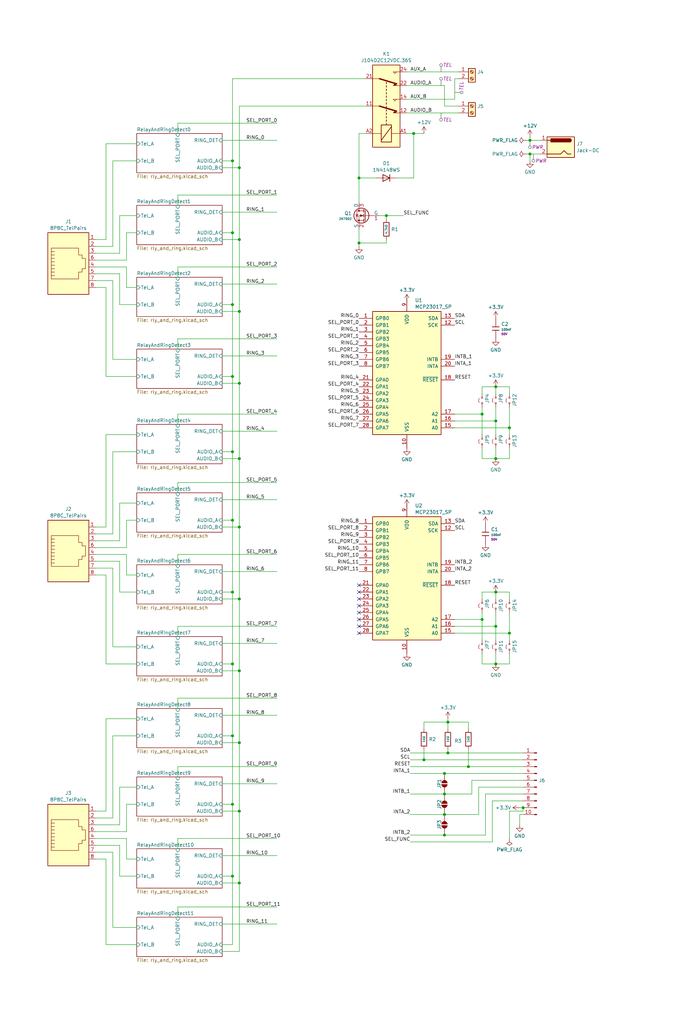
<source format=kicad_sch>
(kicad_sch (version 20231120) (generator "eeschema") (generator_version "8.0")
  (paper "User" 250 380)
  (junction (at 184.15 219.71))
  (junction (at 86.36 298.45))
  (junction (at 88.9 115.57))
  (junction (at 133.35 66.04))
  (junction (at 86.36 219.71))
  (junction (at 165.1 309.88))
  (junction (at 86.36 59.69))
  (junction (at 166.37 279.4))
  (junction (at 86.36 86.36))
  (junction (at 196.85 52.07))
  (junction (at 184.15 156.21))
  (junction (at 157.48 281.94))
  (junction (at 86.36 246.38))
  (junction (at 88.9 222.25))
  (junction (at 153.67 49.53))
  (junction (at 88.9 195.58))
  (junction (at 88.9 62.23))
  (junction (at 165.1 294.64))
  (junction (at 189.23 158.75))
  (junction (at 173.99 284.48))
  (junction (at 86.36 167.64))
  (junction (at 184.15 170.18))
  (junction (at 88.9 170.18))
  (junction (at 88.9 142.24))
  (junction (at 196.85 57.15))
  (junction (at 189.23 234.95))
  (junction (at 88.9 88.9))
  (junction (at 166.37 267.97))
  (junction (at 184.15 232.41))
  (junction (at 86.36 325.12))
  (junction (at 165.1 287.02))
  (junction (at 86.36 139.7))
  (junction (at 184.15 143.51))
  (junction (at 88.9 300.99))
  (junction (at 143.51 80.01))
  (junction (at 86.36 193.04))
  (junction (at 179.07 153.67))
  (junction (at 179.07 229.87))
  (junction (at 165.1 302.26))
  (junction (at 86.36 113.03))
  (junction (at 133.35 90.17))
  (junction (at 88.9 275.59))
  (junction (at 184.15 246.38))
  (junction (at 194.31 299.72))
  (junction (at 86.36 273.05))
  (junction (at 88.9 248.92))
  (junction (at 88.9 327.66))
  (no_connect (at 133.35 229.87))
  (no_connect (at 133.35 222.25))
  (no_connect (at 133.35 232.41))
  (no_connect (at 133.35 227.33))
  (no_connect (at 133.35 217.17))
  (no_connect (at 133.35 234.95))
  (no_connect (at 133.35 224.79))
  (no_connect (at 133.35 219.71))
  (wire (pts (xy 140.97 80.01) (xy 143.51 80.01)))
  (wire (pts (xy 153.67 49.53) (xy 153.67 66.04)))
  (wire (pts (xy 66.04 72.39) (xy 66.04 76.2)))
  (wire (pts (xy 35.56 316.23) (xy 41.91 316.23)))
  (wire (pts (xy 66.04 205.74) (xy 102.87 205.74)))
  (wire (pts (xy 193.04 306.07) (xy 193.04 302.26)))
  (wire (pts (xy 151.13 49.53) (xy 153.67 49.53)))
  (wire (pts (xy 86.36 350.52) (xy 86.36 325.12)))
  (wire (pts (xy 66.04 99.06) (xy 102.87 99.06)))
  (wire (pts (xy 46.99 318.77) (xy 50.8 318.77)))
  (wire (pts (xy 66.04 179.07) (xy 102.87 179.07)))
  (wire (pts (xy 46.99 213.36) (xy 50.8 213.36)))
  (wire (pts (xy 182.88 297.18) (xy 194.31 297.18)))
  (wire (pts (xy 82.55 238.76) (xy 102.87 238.76)))
  (wire (pts (xy 152.4 294.64) (xy 165.1 294.64)))
  (wire (pts (xy 165.1 39.37) (xy 165.1 31.75)))
  (wire (pts (xy 66.04 45.72) (xy 102.87 45.72)))
  (wire (pts (xy 86.36 29.21) (xy 135.89 29.21)))
  (wire (pts (xy 86.36 167.64) (xy 86.36 193.04)))
  (wire (pts (xy 82.55 160.02) (xy 102.87 160.02)))
  (wire (pts (xy 82.55 52.07) (xy 102.87 52.07)))
  (wire (pts (xy 44.45 200.66) (xy 44.45 186.69)))
  (wire (pts (xy 179.07 143.51) (xy 179.07 146.05)))
  (wire (pts (xy 35.56 300.99) (xy 39.37 300.99)))
  (wire (pts (xy 88.9 88.9) (xy 88.9 115.57)))
  (wire (pts (xy 35.56 318.77) (xy 39.37 318.77)))
  (wire (pts (xy 184.15 170.18) (xy 189.23 170.18)))
  (wire (pts (xy 88.9 39.37) (xy 88.9 62.23)))
  (wire (pts (xy 151.13 187.96) (xy 151.13 186.69)))
  (wire (pts (xy 86.36 86.36) (xy 86.36 113.03)))
  (wire (pts (xy 41.91 344.17) (xy 50.8 344.17)))
  (wire (pts (xy 35.56 311.15) (xy 46.99 311.15)))
  (wire (pts (xy 184.15 219.71) (xy 179.07 219.71)))
  (wire (pts (xy 133.35 49.53) (xy 133.35 66.04)))
  (wire (pts (xy 133.35 66.04) (xy 133.35 74.93)))
  (wire (pts (xy 82.55 290.83) (xy 102.87 290.83)))
  (wire (pts (xy 166.37 279.4) (xy 194.31 279.4)))
  (wire (pts (xy 82.55 298.45) (xy 86.36 298.45)))
  (wire (pts (xy 46.99 205.74) (xy 46.99 213.36)))
  (wire (pts (xy 86.36 59.69) (xy 86.36 86.36)))
  (wire (pts (xy 133.35 90.17) (xy 133.35 91.44)))
  (wire (pts (xy 166.37 279.4) (xy 166.37 278.13)))
  (wire (pts (xy 194.31 289.56) (xy 175.26 289.56)))
  (wire (pts (xy 88.9 115.57) (xy 88.9 142.24)))
  (wire (pts (xy 82.55 273.05) (xy 86.36 273.05)))
  (wire (pts (xy 168.91 232.41) (xy 184.15 232.41)))
  (wire (pts (xy 46.99 203.2) (xy 46.99 193.04)))
  (wire (pts (xy 88.9 300.99) (xy 88.9 327.66)))
  (wire (pts (xy 152.4 302.26) (xy 165.1 302.26)))
  (wire (pts (xy 41.91 59.69) (xy 50.8 59.69)))
  (wire (pts (xy 44.45 208.28) (xy 44.45 219.71)))
  (wire (pts (xy 179.07 151.13) (xy 179.07 153.67)))
  (wire (pts (xy 168.91 153.67) (xy 179.07 153.67)))
  (wire (pts (xy 189.23 234.95) (xy 189.23 237.49)))
  (wire (pts (xy 82.55 86.36) (xy 86.36 86.36)))
  (wire (pts (xy 168.91 156.21) (xy 184.15 156.21)))
  (wire (pts (xy 179.07 227.33) (xy 179.07 229.87)))
  (wire (pts (xy 82.55 222.25) (xy 88.9 222.25)))
  (wire (pts (xy 35.56 93.98) (xy 44.45 93.98)))
  (wire (pts (xy 39.37 139.7) (xy 50.8 139.7)))
  (wire (pts (xy 82.55 142.24) (xy 88.9 142.24)))
  (wire (pts (xy 189.23 227.33) (xy 189.23 234.95)))
  (wire (pts (xy 39.37 350.52) (xy 50.8 350.52)))
  (wire (pts (xy 184.15 246.38) (xy 179.07 246.38)))
  (wire (pts (xy 82.55 185.42) (xy 102.87 185.42)))
  (wire (pts (xy 179.07 242.57) (xy 179.07 246.38)))
  (wire (pts (xy 157.48 281.94) (xy 157.48 278.13)))
  (wire (pts (xy 168.91 234.95) (xy 189.23 234.95)))
  (wire (pts (xy 82.55 325.12) (xy 86.36 325.12)))
  (wire (pts (xy 35.56 205.74) (xy 46.99 205.74)))
  (wire (pts (xy 66.04 72.39) (xy 102.87 72.39)))
  (wire (pts (xy 157.48 267.97) (xy 157.48 270.51)))
  (wire (pts (xy 189.23 151.13) (xy 189.23 158.75)))
  (wire (pts (xy 184.15 170.18) (xy 179.07 170.18)))
  (wire (pts (xy 184.15 151.13) (xy 184.15 156.21)))
  (wire (pts (xy 39.37 53.34) (xy 50.8 53.34)))
  (wire (pts (xy 184.15 156.21) (xy 184.15 161.29)))
  (wire (pts (xy 196.85 59.69) (xy 196.85 57.15)))
  (wire (pts (xy 44.45 93.98) (xy 44.45 80.01)))
  (wire (pts (xy 82.55 170.18) (xy 88.9 170.18)))
  (wire (pts (xy 152.4 281.94) (xy 157.48 281.94)))
  (wire (pts (xy 143.51 88.9) (xy 143.51 90.17)))
  (wire (pts (xy 41.91 133.35) (xy 50.8 133.35)))
  (wire (pts (xy 35.56 91.44) (xy 41.91 91.44)))
  (wire (pts (xy 39.37 161.29) (xy 50.8 161.29)))
  (wire (pts (xy 66.04 311.15) (xy 66.04 314.96)))
  (wire (pts (xy 173.99 267.97) (xy 166.37 267.97)))
  (wire (pts (xy 39.37 300.99) (xy 39.37 266.7)))
  (wire (pts (xy 35.56 306.07) (xy 44.45 306.07)))
  (wire (pts (xy 179.07 219.71) (xy 179.07 222.25)))
  (wire (pts (xy 35.56 104.14) (xy 41.91 104.14)))
  (wire (pts (xy 157.48 281.94) (xy 194.31 281.94)))
  (wire (pts (xy 35.56 313.69) (xy 44.45 313.69)))
  (wire (pts (xy 194.31 300.99) (xy 194.31 299.72)))
  (wire (pts (xy 88.9 327.66) (xy 88.9 353.06)))
  (wire (pts (xy 46.99 308.61) (xy 46.99 298.45)))
  (wire (pts (xy 44.45 219.71) (xy 50.8 219.71)))
  (wire (pts (xy 168.91 158.75) (xy 189.23 158.75)))
  (wire (pts (xy 165.1 39.37) (xy 170.18 39.37)))
  (wire (pts (xy 152.4 309.88) (xy 165.1 309.88)))
  (wire (pts (xy 82.55 59.69) (xy 86.36 59.69)))
  (wire (pts (xy 66.04 179.07) (xy 66.04 182.88)))
  (wire (pts (xy 184.15 246.38) (xy 189.23 246.38)))
  (wire (pts (xy 151.13 36.83) (xy 168.91 36.83)))
  (wire (pts (xy 173.99 284.48) (xy 173.99 278.13)))
  (wire (pts (xy 184.15 232.41) (xy 184.15 237.49)))
  (wire (pts (xy 35.56 208.28) (xy 44.45 208.28)))
  (wire (pts (xy 189.23 300.99) (xy 189.23 311.15)))
  (wire (pts (xy 179.07 166.37) (xy 179.07 170.18)))
  (wire (pts (xy 168.91 29.21) (xy 170.18 29.21)))
  (wire (pts (xy 44.45 306.07) (xy 44.45 292.1)))
  (wire (pts (xy 41.91 210.82) (xy 41.91 240.03)))
  (wire (pts (xy 41.91 91.44) (xy 41.91 59.69)))
  (wire (pts (xy 173.99 267.97) (xy 173.99 270.51)))
  (wire (pts (xy 184.15 242.57) (xy 184.15 246.38)))
  (wire (pts (xy 194.31 294.64) (xy 180.34 294.64)))
  (wire (pts (xy 177.8 302.26) (xy 165.1 302.26)))
  (wire (pts (xy 152.4 284.48) (xy 173.99 284.48)))
  (wire (pts (xy 46.99 193.04) (xy 50.8 193.04)))
  (wire (pts (xy 168.91 229.87) (xy 179.07 229.87)))
  (wire (pts (xy 39.37 106.68) (xy 39.37 139.7)))
  (wire (pts (xy 179.07 229.87) (xy 179.07 237.49)))
  (wire (pts (xy 44.45 186.69) (xy 50.8 186.69)))
  (wire (pts (xy 151.13 111.76) (xy 151.13 110.49)))
  (wire (pts (xy 86.36 193.04) (xy 86.36 219.71)))
  (wire (pts (xy 86.36 139.7) (xy 86.36 167.64)))
  (wire (pts (xy 193.04 302.26) (xy 194.31 302.26)))
  (wire (pts (xy 189.23 158.75) (xy 189.23 161.29)))
  (wire (pts (xy 82.55 139.7) (xy 86.36 139.7)))
  (wire (pts (xy 189.23 166.37) (xy 189.23 170.18)))
  (wire (pts (xy 82.55 342.9) (xy 102.87 342.9)))
  (wire (pts (xy 189.23 146.05) (xy 189.23 143.51)))
  (wire (pts (xy 35.56 213.36) (xy 39.37 213.36)))
  (wire (pts (xy 184.15 143.51) (xy 184.15 146.05)))
  (wire (pts (xy 151.13 31.75) (xy 165.1 31.75)))
  (wire (pts (xy 153.67 49.53) (xy 157.48 49.53)))
  (wire (pts (xy 173.99 284.48) (xy 194.31 284.48)))
  (wire (pts (xy 66.04 259.08) (xy 102.87 259.08)))
  (wire (pts (xy 153.67 66.04) (xy 147.32 66.04)))
  (wire (pts (xy 46.99 96.52) (xy 46.99 86.36)))
  (wire (pts (xy 66.04 125.73) (xy 102.87 125.73)))
  (wire (pts (xy 82.55 62.23) (xy 88.9 62.23)))
  (wire (pts (xy 44.45 313.69) (xy 44.45 325.12)))
  (wire (pts (xy 46.99 298.45) (xy 50.8 298.45)))
  (wire (pts (xy 82.55 327.66) (xy 88.9 327.66)))
  (wire (pts (xy 151.13 41.91) (xy 170.18 41.91)))
  (wire (pts (xy 88.9 222.25) (xy 88.9 248.92)))
  (wire (pts (xy 184.15 227.33) (xy 184.15 232.41)))
  (wire (pts (xy 66.04 99.06) (xy 66.04 102.87)))
  (wire (pts (xy 66.04 153.67) (xy 102.87 153.67)))
  (wire (pts (xy 86.36 29.21) (xy 86.36 59.69)))
  (wire (pts (xy 82.55 353.06) (xy 88.9 353.06)))
  (wire (pts (xy 39.37 318.77) (xy 39.37 350.52)))
  (wire (pts (xy 66.04 209.55) (xy 66.04 205.74)))
  (wire (pts (xy 39.37 195.58) (xy 39.37 161.29)))
  (wire (pts (xy 82.55 115.57) (xy 88.9 115.57)))
  (wire (pts (xy 41.91 198.12) (xy 41.91 167.64)))
  (wire (pts (xy 44.45 80.01) (xy 50.8 80.01)))
  (wire (pts (xy 35.56 96.52) (xy 46.99 96.52)))
  (wire (pts (xy 143.51 80.01) (xy 149.86 80.01)))
  (wire (pts (xy 196.85 52.07) (xy 200.66 52.07)))
  (wire (pts (xy 133.35 66.04) (xy 139.7 66.04)))
  (wire (pts (xy 39.37 213.36) (xy 39.37 246.38)))
  (wire (pts (xy 196.85 57.15) (xy 200.66 57.15)))
  (wire (pts (xy 88.9 195.58) (xy 88.9 222.25)))
  (wire (pts (xy 196.85 50.8) (xy 196.85 52.07)))
  (wire (pts (xy 66.04 232.41) (xy 102.87 232.41)))
  (wire (pts (xy 35.56 210.82) (xy 41.91 210.82)))
  (wire (pts (xy 166.37 270.51) (xy 166.37 267.97)))
  (wire (pts (xy 66.04 125.73) (xy 66.04 129.54)))
  (wire (pts (xy 44.45 325.12) (xy 50.8 325.12)))
  (wire (pts (xy 46.99 311.15) (xy 46.99 318.77)))
  (wire (pts (xy 35.56 88.9) (xy 39.37 88.9)))
  (wire (pts (xy 82.55 275.59) (xy 88.9 275.59)))
  (wire (pts (xy 35.56 203.2) (xy 46.99 203.2)))
  (wire (pts (xy 82.55 88.9) (xy 88.9 88.9)))
  (wire (pts (xy 86.36 246.38) (xy 86.36 273.05)))
  (wire (pts (xy 41.91 273.05) (xy 50.8 273.05)))
  (wire (pts (xy 35.56 200.66) (xy 44.45 200.66)))
  (wire (pts (xy 82.55 195.58) (xy 88.9 195.58)))
  (wire (pts (xy 82.55 248.92) (xy 88.9 248.92)))
  (wire (pts (xy 88.9 275.59) (xy 88.9 300.99)))
  (wire (pts (xy 195.58 52.07) (xy 196.85 52.07)))
  (wire (pts (xy 46.99 86.36) (xy 50.8 86.36)))
  (wire (pts (xy 82.55 219.71) (xy 86.36 219.71)))
  (wire (pts (xy 88.9 62.23) (xy 88.9 88.9)))
  (wire (pts (xy 86.36 298.45) (xy 86.36 325.12)))
  (wire (pts (xy 175.26 289.56) (xy 175.26 294.64)))
  (wire (pts (xy 143.51 80.01) (xy 143.51 81.28)))
  (wire (pts (xy 88.9 39.37) (xy 135.89 39.37)))
  (wire (pts (xy 66.04 336.55) (xy 102.87 336.55)))
  (wire (pts (xy 151.13 26.67) (xy 170.18 26.67)))
  (wire (pts (xy 66.04 284.48) (xy 102.87 284.48)))
  (wire (pts (xy 166.37 266.7) (xy 166.37 267.97)))
  (wire (pts (xy 41.91 104.14) (xy 41.91 133.35)))
  (wire (pts (xy 41.91 316.23) (xy 41.91 344.17)))
  (wire (pts (xy 86.36 113.03) (xy 86.36 139.7)))
  (wire (pts (xy 184.15 143.51) (xy 189.23 143.51)))
  (wire (pts (xy 88.9 170.18) (xy 88.9 195.58)))
  (wire (pts (xy 66.04 232.41) (xy 66.04 236.22)))
  (wire (pts (xy 82.55 167.64) (xy 86.36 167.64)))
  (wire (pts (xy 184.15 219.71) (xy 184.15 222.25)))
  (wire (pts (xy 44.45 113.03) (xy 50.8 113.03)))
  (wire (pts (xy 82.55 132.08) (xy 102.87 132.08)))
  (wire (pts (xy 168.91 36.83) (xy 168.91 29.21)))
  (wire (pts (xy 166.37 267.97) (xy 157.48 267.97)))
  (wire (pts (xy 180.34 294.64) (xy 180.34 309.88)))
  (wire (pts (xy 66.04 288.29) (xy 66.04 284.48)))
  (wire (pts (xy 86.36 273.05) (xy 86.36 298.45)))
  (wire (pts (xy 82.55 113.03) (xy 86.36 113.03)))
  (wire (pts (xy 35.56 308.61) (xy 46.99 308.61)))
  (wire (pts (xy 182.88 312.42) (xy 182.88 297.18)))
  (wire (pts (xy 82.55 317.5) (xy 102.87 317.5)))
  (wire (pts (xy 46.99 99.06) (xy 46.99 106.68)))
  (wire (pts (xy 82.55 350.52) (xy 86.36 350.52)))
  (wire (pts (xy 179.07 153.67) (xy 179.07 161.29)))
  (wire (pts (xy 41.91 303.53) (xy 41.91 273.05)))
  (wire (pts (xy 41.91 167.64) (xy 50.8 167.64)))
  (wire (pts (xy 82.55 78.74) (xy 102.87 78.74)))
  (wire (pts (xy 66.04 336.55) (xy 66.04 340.36)))
  (wire (pts (xy 39.37 246.38) (xy 50.8 246.38)))
  (wire (pts (xy 175.26 294.64) (xy 165.1 294.64)))
  (wire (pts (xy 193.04 299.72) (xy 194.31 299.72)))
  (wire (pts (xy 88.9 300.99) (xy 82.55 300.99)))
  (wire (pts (xy 82.55 246.38) (xy 86.36 246.38)))
  (wire (pts (xy 180.34 309.88) (xy 165.1 309.88)))
  (wire (pts (xy 184.15 219.71) (xy 189.23 219.71)))
  (wire (pts (xy 152.4 312.42) (xy 182.88 312.42)))
  (wire (pts (xy 189.23 242.57) (xy 189.23 246.38)))
  (wire (pts (xy 184.15 143.51) (xy 179.07 143.51)))
  (wire (pts (xy 35.56 101.6) (xy 44.45 101.6)))
  (wire (pts (xy 39.37 266.7) (xy 50.8 266.7)))
  (wire (pts (xy 66.04 153.67) (xy 66.04 157.48)))
  (wire (pts (xy 194.31 292.1) (xy 177.8 292.1)))
  (wire (pts (xy 189.23 300.99) (xy 194.31 300.99)))
  (wire (pts (xy 44.45 101.6) (xy 44.45 113.03)))
  (wire (pts (xy 39.37 195.58) (xy 35.56 195.58)))
  (wire (pts (xy 46.99 106.68) (xy 50.8 106.68)))
  (wire (pts (xy 82.55 105.41) (xy 102.87 105.41)))
  (wire (pts (xy 165.1 287.02) (xy 194.31 287.02)))
  (wire (pts (xy 39.37 88.9) (xy 39.37 53.34)))
  (wire (pts (xy 88.9 142.24) (xy 88.9 170.18)))
  (wire (pts (xy 66.04 45.72) (xy 66.04 49.53)))
  (wire (pts (xy 82.55 212.09) (xy 102.87 212.09)))
  (wire (pts (xy 66.04 311.15) (xy 102.87 311.15)))
  (wire (pts (xy 35.56 303.53) (xy 41.91 303.53)))
  (wire (pts (xy 82.55 265.43) (xy 102.87 265.43)))
  (wire (pts (xy 177.8 292.1) (xy 177.8 302.26)))
  (wire (pts (xy 133.35 49.53) (xy 135.89 49.53)))
  (wire (pts (xy 35.56 106.68) (xy 39.37 106.68)))
  (wire (pts (xy 184.15 166.37) (xy 184.15 170.18)))
  (wire (pts (xy 44.45 292.1) (xy 50.8 292.1)))
  (wire (pts (xy 133.35 90.17) (xy 143.51 90.17)))
  (wire (pts (xy 66.04 259.08) (xy 66.04 262.89)))
  (wire (pts (xy 88.9 248.92) (xy 88.9 275.59)))
  (wire (pts (xy 82.55 193.04) (xy 86.36 193.04)))
  (wire (pts (xy 195.58 57.15) (xy 196.85 57.15)))
  (wire (pts (xy 152.4 287.02) (xy 165.1 287.02)))
  (wire (pts (xy 41.91 240.03) (xy 50.8 240.03)))
  (wire (pts (xy 189.23 222.25) (xy 189.23 219.71)))
  (wire (pts (xy 35.56 99.06) (xy 46.99 99.06)))
  (wire (pts (xy 86.36 219.71) (xy 86.36 246.38)))
  (wire (pts (xy 35.56 198.12) (xy 41.91 198.12)))
  (wire (pts (xy 152.4 279.4) (xy 166.37 279.4)))
  (wire (pts (xy 133.35 85.09) (xy 133.35 90.17)))
  (label "RING_4" (at 91.44 160.02 0))
  (label "SEL_PORT_10" (at 91.44 311.15 0))
  (label "SCL" (at 168.91 196.85 0))
  (label "INTB_1" (at 152.4 294.64 180))
  (label "SEL_FUNC" (at 152.4 312.42 180))
  (label "SEL_FUNC" (at 149.86 80.01 0))
  (label "SDA" (at 152.4 279.4 180))
  (label "RING_2" (at 133.35 128.27 180))
  (label "RING_10" (at 133.35 204.47 180))
  (label "RING_7" (at 133.35 156.21 180))
  (label "INTA_1" (at 152.4 287.02 180))
  (label "AUDIO_B" (at 152.4 41.91 0))
  (label "SEL_PORT_4" (at 133.35 143.51 180))
  (label "SEL_PORT_0" (at 133.35 120.65 180))
  (label "RING_3" (at 91.44 132.08 0))
  (label "RING_7" (at 91.44 238.76 0))
  (label "RING_10" (at 91.44 317.5 0))
  (label "RING_8" (at 133.35 194.31 180))
  (label "RING_5" (at 133.35 146.05 180))
  (label "AUX_A" (at 152.4 26.67 0))
  (label "SEL_PORT_4" (at 91.44 153.67 0))
  (label "SEL_PORT_9" (at 133.35 201.93 180))
  (label "INTB_2" (at 168.91 209.55 0))
  (label "RESET" (at 152.4 284.48 180))
  (label "SEL_PORT_5" (at 133.35 148.59 180))
  (label "RESET" (at 168.91 140.97 0))
  (label "SEL_PORT_2" (at 133.35 130.81 180))
  (label "SEL_PORT_6" (at 133.35 153.67 180))
  (label "RING_3" (at 133.35 133.35 180))
  (label "INTA_2" (at 168.91 212.09 0))
  (label "SEL_PORT_1" (at 133.35 125.73 180))
  (label "RING_6" (at 133.35 151.13 180))
  (label "RING_2" (at 91.44 105.41 0))
  (label "RING_6" (at 91.44 212.09 0))
  (label "RESET" (at 168.91 217.17 0))
  (label "AUDIO_A" (at 152.4 31.75 0))
  (label "SEL_PORT_2" (at 91.44 99.06 0))
  (label "RING_11" (at 91.44 342.9 0))
  (label "INTB_2" (at 152.4 309.88 180))
  (label "SEL_PORT_10" (at 133.35 207.01 180))
  (label "SEL_PORT_3" (at 133.35 135.89 180))
  (label "RING_9" (at 133.35 199.39 180))
  (label "RING_8" (at 91.44 265.43 0))
  (label "SEL_PORT_9" (at 91.44 284.48 0))
  (label "SEL_PORT_3" (at 91.44 125.73 0))
  (label "SEL_PORT_6" (at 91.44 205.74 0))
  (label "RING_0" (at 91.44 52.07 0))
  (label "SDA" (at 168.91 194.31 0))
  (label "AUX_B" (at 152.4 36.83 0))
  (label "SEL_PORT_5" (at 91.44 179.07 0))
  (label "RING_5" (at 91.44 185.42 0))
  (label "RING_0" (at 133.35 118.11 180))
  (label "SEL_PORT_8" (at 133.35 196.85 180))
  (label "SEL_PORT_0" (at 91.44 45.72 0))
  (label "RING_1" (at 91.44 78.74 0))
  (label "SEL_PORT_7" (at 91.44 232.41 0))
  (label "RING_1" (at 133.35 123.19 180))
  (label "SEL_PORT_11" (at 91.44 336.55 0))
  (label "RING_9" (at 91.44 290.83 0))
  (label "SEL_PORT_1" (at 91.44 72.39 0))
  (label "SCL" (at 168.91 120.65 0))
  (label "INTA_2" (at 152.4 302.26 180))
  (label "INTA_1" (at 168.91 135.89 0))
  (label "RING_11" (at 133.35 209.55 180))
  (label "SCL" (at 152.4 281.94 180))
  (label "INTB_1" (at 168.91 133.35 0))
  (label "SEL_PORT_11" (at 133.35 212.09 180))
  (label "SEL_PORT_7" (at 133.35 158.75 180))
  (label "SEL_PORT_8" (at 91.44 259.08 0))
  (label "RING_4" (at 133.35 140.97 180))
  (label "SDA" (at 168.91 118.11 0))
  (netclass_flag "" (length 2.54) (shape round) (at 163.83 31.75 0) (property "Netclass" "TEL" (at 164.5285 29.21 0) (effects (font (italic yes)) (justify left))))
  (netclass_flag "" (length 2.54) (shape round) (at 168.91 34.29 270) (property "Netclass" "TEL" (at 171.45 33.5915 90) (effects (font (italic yes)) (justify left))))
  (netclass_flag "" (length 2.54) (shape round) (at 198.12 57.15 180) (property "Netclass" "PWR" (at 198.8185 59.69 0) (effects (font (italic yes)) (justify left))))
  (netclass_flag "" (length 2.54) (shape round) (at 163.83 41.91 180) (property "Netclass" "TEL" (at 164.5285 44.45 0) (effects (font (italic yes)) (justify left))))
  (netclass_flag "" (length 2.54) (shape round) (at 196.85 52.07 180) (property "Netclass" "PWR" (at 197.5485 54.61 0) (effects (font (italic yes)) (justify left))))
  (netclass_flag "" (length 2.54) (shape round) (at 163.83 26.67 0) (property "Netclass" "TEL" (at 164.5285 24.13 0) (effects (font (italic yes)) (justify left))))
  (symbol (lib_id "power:GND") (at 196.85 59.69 0) (unit 1)
    (property "Reference" "#PWR019" (effects (hide yes)))
    (property "Value" "GND" (at 196.85 63.8231 0))
    (property "Description" "Power symbol creates a global label with name \"GND\" , ground" (effects (hide yes)))
  )
  (symbol (lib_id "Jumper:Jumper_2_Small_Open") (at 189.23 240.03 90) (unit 1) (exclude_from_sim yes)
    (property "Reference" "JP15" (at 191.135 237.49 0) (effects (justify right)))
    (property "Value" "Jumper_2_Small_Open" (effects (hide yes)))
    (property "Footprint" "Connector_PinHeader_2.54mm:PinHeader_1x02_P2.54mm_Vertical" (effects (hide yes)))
    (property "Description" "Jumper, 2-pole, small symbol, open" (effects (hide yes)))
  )
  (symbol (lib_id "Connector:Screw_Terminal_01x02") (at 175.26 26.67 0) (unit 1)
    (property "Reference" "J4" (at 177.292 26.7278 0) (effects (justify left)))
    (property "Value" "Screw_Terminal_01x02" (effects (hide yes)))
    (property "Footprint" "TerminalBlock_Phoenix:TerminalBlock_Phoenix_PT-1,5-2-3.5-H_1x02_P3.50mm_Horizontal" (effects (hide yes)))
    (property "Description" "Generic screw terminal, single row, 01x02, script generated (kicad-library-utils/schlib/autogen/connector/)" (effects (hide yes)))
    (property "URL" "https://www.digikey.at/de/products/detail/phoenix-contact/1985195/568659" (effects (hide yes)))
  )
  (symbol (lib_id "power:+12V") (at 196.85 50.8 0) (unit 1)
    (property "Reference" "#PWR018" (effects (hide yes)))
    (property "Value" "+12V" (at 196.85 46.6669 0))
    (property "Description" "Power symbol creates a global label with name \"+12V\"" (effects (hide yes)))
  )
  (symbol (lib_id "power:+12V") (at 157.48 49.53 0) (unit 1)
    (property "Reference" "#PWR06" (effects (hide yes)))
    (property "Value" "+12V" (at 157.48 45.3969 0))
    (property "Description" "Power symbol creates a global label with name \"+12V\"" (effects (hide yes)))
  )
  (symbol (lib_id "power:PWR_FLAG") (at 195.58 57.15 90) (unit 1)
    (property "Reference" "#FLG03" (effects (hide yes)))
    (property "Value" "PWR_FLAG" (at 192.4051 57.15 90) (effects (justify left)))
    (property "Description" "Special symbol for telling ERC where power comes from" (effects (hide yes)))
  )
  (symbol (lib_id "power:+3.3V") (at 151.13 111.76 0) (unit 1)
    (property "Reference" "#PWR02" (effects (hide yes)))
    (property "Value" "+3.3V" (at 151.13 107.6269 0))
    (property "Description" "Power symbol creates a global label with name \"+3.3V\"" (effects (hide yes)))
  )
  (symbol (lib_id "Jumper:Jumper_2_Small_Open") (at 189.23 224.79 90) (unit 1) (exclude_from_sim yes)
    (property "Reference" "JP14" (at 191.135 222.25 0) (effects (justify right)))
    (property "Value" "Jumper_2_Small_Open" (effects (hide yes)))
    (property "Footprint" "Connector_PinHeader_2.54mm:PinHeader_1x02_P2.54mm_Vertical" (effects (hide yes)))
    (property "Description" "Jumper, 2-pole, small symbol, open" (effects (hide yes)))
  )
  (symbol (lib_id "Jumper:Jumper_2_Small_Open") (at 179.07 240.03 90) (unit 1) (exclude_from_sim yes)
    (property "Reference" "JP7" (at 180.975 237.49 0) (effects (justify right)))
    (property "Value" "Jumper_2_Small_Open" (effects (hide yes)))
    (property "Footprint" "Connector_PinHeader_2.54mm:PinHeader_1x02_P2.54mm_Vertical" (effects (hide yes)))
    (property "Description" "Jumper, 2-pole, small symbol, open" (effects (hide yes)))
  )
  (symbol (lib_id "PCM_JLCPCB-Capacitors:0805,100nF,(2)") (at 180.34 198.12 0) (unit 1)
    (property "Reference" "C1" (at 182.372 196.452 0) (effects (justify left)))
    (property "Value" "100nF" (at 182.372 198.4982 0) (effects (font (size 0.8 0.8)) (justify left)))
    (property "Footprint" "PCM_JLCPCB:C_0805" (effects (hide yes)))
    (property "Datasheet" "https://www.lcsc.com/datasheet/lcsc_datasheet_2304140030_YAGEO-CC0805KRX7R9BB104_C49678.pdf" (effects (hide yes)))
    (property "Description" "50V 100nF X7R ±10% 0805 Multilayer Ceramic Capacitors MLCC - SMD/SMT ROHS" (effects (hide yes)))
    (property "LCSC" "C49678" (effects (hide yes)))
    (property "Stock" "14190738" (effects (hide yes)))
    (property "Price" "0.008USD" (effects (hide yes)))
    (property "Process" "SMT" (effects (hide yes)))
    (property "Minimum Qty" "20" (effects (hide yes)))
    (property "Attrition Qty" "10" (effects (hide yes)))
    (property "Class" "Basic Component" (effects (hide yes)))
    (property "Category" "Capacitors,Multilayer Ceramic Capacitors MLCC - SMD/SMT" (effects (hide yes)))
    (property "Manufacturer" "YAGEO" (effects (hide yes)))
    (property "Part" "CC0805KRX7R9BB104" (effects (hide yes)))
    (property "Voltage Rated" "50V" (at 182.372 200.1662 0) (effects (font (size 0.8 0.8)) (justify left)))
    (property "Tolerance" "±10%" (effects (hide yes)))
    (property "Capacitance" "100nF" (effects (hide yes)))
    (property "Temperature Coefficient" "X7R" (effects (hide yes)))
  )
  (symbol (lib_id "power:GND") (at 193.04 306.07 0) (unit 1)
    (property "Reference" "#PWR017" (effects (hide yes)))
    (property "Value" "GND" (at 193.04 310.2031 0))
    (property "Description" "Power symbol creates a global label with name \"GND\" , ground" (effects (hide yes)))
  )
  (symbol (lib_id "power:PWR_FLAG") (at 189.23 311.15 180) (unit 1)
    (property "Reference" "#FLG01" (effects (hide yes)))
    (property "Value" "PWR_FLAG" (at 189.23 315.2831 0))
    (property "Description" "Special symbol for telling ERC where power comes from" (effects (hide yes)))
  )
  (symbol (lib_id "Jumper:SolderJumper_2_Open") (at 165.1 290.83 90) (unit 1) (exclude_from_sim yes) (in_bom no)
    (property "Reference" "JP1" (at 163.195 290.83 0))
    (property "Value" "SolderJumper_2_Open" (effects (hide yes)))
    (property "Footprint" "Jumper:SolderJumper-2_P1.3mm_Open_Pad1.0x1.5mm" (effects (hide yes)))
    (property "Description" "Solder Jumper, 2-pole, open" (effects (hide yes)))
  )
  (symbol (lib_id "PCM_JLCPCB-Resistors:0805,1kΩ") (at 173.99 274.32 0) (unit 1)
    (property "Reference" "R4" (effects (hide yes)))
    (property "Value" "1kΩ" (at 173.99 274.32 90) (effects (font (size 0.8 0.8))))
    (property "Footprint" "PCM_JLCPCB:R_0805" (effects (hide yes)))
    (property "Datasheet" "https://www.lcsc.com/datasheet/lcsc_datasheet_2205311800_UNI-ROYAL-Uniroyal-Elec-0805W8F1001T5E_C17513.pdf" (effects (hide yes)))
    (property "Description" "125mW Thick Film Resistors 150V ±100ppm/°C ±1% 1kΩ 0805 Chip Resistor - Surface Mount ROHS" (effects (hide yes)))
    (property "LCSC" "C17513" (effects (hide yes)))
    (property "Stock" "10624563" (effects (hide yes)))
    (property "Price" "0.005USD" (effects (hide yes)))
    (property "Process" "SMT" (effects (hide yes)))
    (property "Minimum Qty" "20" (effects (hide yes)))
    (property "Attrition Qty" "10" (effects (hide yes)))
    (property "Class" "Basic Component" (effects (hide yes)))
    (property "Category" "Resistors,Chip Resistor - Surface Mount" (effects (hide yes)))
    (property "Manufacturer" "UNI-ROYAL(Uniroyal Elec)" (effects (hide yes)))
    (property "Part" "0805W8F1001T5E" (effects (hide yes)))
    (property "Resistance" "1kΩ" (effects (hide yes)))
    (property "Power(Watts)" "125mW" (effects (hide yes)))
    (property "Type" "Thick Film Resistors" (effects (hide yes)))
    (property "Overload Voltage (Max)" "150V" (effects (hide yes)))
    (property "Operating Temperature Range" "-55°C~+155°C" (effects (hide yes)))
    (property "Tolerance" "±1%" (effects (hide yes)))
    (property "Temperature Coefficient" "±100ppm/°C" (effects (hide yes)))
  )
  (symbol (lib_id "power:GND") (at 184.15 246.38 0) (unit 1)
    (property "Reference" "#PWR015" (effects (hide yes)))
    (property "Value" "GND" (at 184.15 250.5131 0))
    (property "Description" "Power symbol creates a global label with name \"GND\" , ground" (effects (hide yes)))
  )
  (symbol (lib_id "power:+3.3V") (at 193.04 299.72 90) (unit 1)
    (property "Reference" "#PWR016" (effects (hide yes)))
    (property "Value" "+3.3V" (at 189.865 299.72 90) (effects (justify left)))
    (property "Description" "Power symbol creates a global label with name \"+3.3V\"" (effects (hide yes)))
  )
  (symbol (lib_id "PCM_JLCPCB-Transistors:NMOS,2N7002") (at 135.89 80.01 0) (mirror y) (unit 1)
    (property "Reference" "Q1" (at 130.683 79.176 0) (effects (justify left)))
    (property "Value" "2N7002" (at 130.683 81.2222 0) (effects (font (size 0.8 0.8)) (justify left)))
    (property "Footprint" "PCM_JLCPCB:Q_SOT-23" (effects (hide yes)))
    (property "Datasheet" "https://www.lcsc.com/datasheet/lcsc_datasheet_2304140030_Jiangsu-Changjing-Electronics-Technology-Co---Ltd--2N7002_C8545.pdf" (effects (hide yes)))
    (property "Description" "60V 115mA 200mW 7.5Ω@10V,500mA 2.5V@250uA 1 N-Channel SOT-23 MOSFETs ROHS" (effects (hide yes)))
    (property "LCSC" "C8545" (effects (hide yes)))
    (property "Stock" "926097" (effects (hide yes)))
    (property "Price" "0.019USD" (effects (hide yes)))
    (property "Process" "SMT" (effects (hide yes)))
    (property "Minimum Qty" "10" (effects (hide yes)))
    (property "Attrition Qty" "5" (effects (hide yes)))
    (property "Class" "Basic Component" (effects (hide yes)))
    (property "Category" "Transistors,MOSFETs" (effects (hide yes)))
    (property "Manufacturer" "Changjiang Electronics Tech (CJ)" (effects (hide yes)))
    (property "Part" "2N7002" (effects (hide yes)))
    (property "Continuous Drain Current (Id)" "115mA" (effects (hide yes)))
    (property "Input Capacitance (Ciss@Vds)" "50pF" (effects (hide yes)))
    (property "Operating Temperature" "-55°C~+150°C" (effects (hide yes)))
    (property "Type" "1 N-channel" (effects (hide yes)))
    (property "Drain Source Voltage (Vdss)" "60V" (effects (hide yes)))
    (property "Power Dissipation (Pd)" "225mW" (effects (hide yes)))
    (property "Gate Threshold Voltage (Vgs(th)@Id)" "2.5V@250uA" (effects (hide yes)))
    (property "Reverse Transfer Capacitance (Crss@Vds)" "5pF" (effects (hide yes)))
    (property "Drain Source On Resistance (RDS(on)@Vgs,Id)" "5Ω@10V" (effects (hide yes)))
  )
  (symbol (lib_id "Interface_Expansion:MCP23017_SP") (at 151.13 214.63 0) (mirror y) (unit 1)
    (property "Reference" "U2" (at 154.1465 187.6255 0) (effects (justify right)))
    (property "Value" "MCP23017_SP" (at 154.1465 190.0498 0) (effects (justify right)))
    (property "Footprint" "Package_DIP:DIP-28_W7.62mm" (effects (hide yes)))
    (property "Datasheet" "https://ww1.microchip.com/downloads/aemDocuments/documents/APID/ProductDocuments/DataSheets/MCP23017-Data-Sheet-DS20001952.pdf" (effects (hide yes)))
    (property "Description" "16-bit I/O expander, I2C, interrupts, w pull-ups, SPDIP-28" (effects (hide yes)))
  )
  (symbol (lib_id "power:GND") (at 133.35 91.44 0) (unit 1)
    (property "Reference" "#PWR01" (effects (hide yes)))
    (property "Value" "GND" (at 133.35 95.5731 0))
    (property "Description" "Power symbol creates a global label with name \"GND\" , ground" (effects (hide yes)))
  )
  (symbol (lib_id "Jumper:Jumper_2_Small_Open") (at 184.15 240.03 90) (unit 1) (exclude_from_sim yes)
    (property "Reference" "JP11" (at 186.055 237.49 0) (effects (justify right)))
    (property "Value" "Jumper_2_Small_Open" (effects (hide yes)))
    (property "Footprint" "Connector_PinHeader_2.54mm:PinHeader_1x02_P2.54mm_Vertical" (effects (hide yes)))
    (property "Description" "Jumper, 2-pole, small symbol, open" (effects (hide yes)))
  )
  (symbol (lib_id "Jumper:Jumper_2_Small_Open") (at 189.23 148.59 90) (unit 1) (exclude_from_sim yes)
    (property "Reference" "JP12" (at 191.135 146.05 0) (effects (justify right)))
    (property "Value" "Jumper_2_Small_Open" (effects (hide yes)))
    (property "Footprint" "Connector_PinHeader_2.54mm:PinHeader_1x02_P2.54mm_Vertical" (effects (hide yes)))
    (property "Description" "Jumper, 2-pole, small symbol, open" (effects (hide yes)))
  )
  (symbol (lib_id "power:+3.3V") (at 184.15 143.51 0) (unit 1)
    (property "Reference" "#PWR012" (effects (hide yes)))
    (property "Value" "+3.3V" (at 184.15 139.3769 0))
    (property "Description" "Power symbol creates a global label with name \"+3.3V\"" (effects (hide yes)))
  )
  (symbol (lib_id "Jumper:Jumper_2_Small_Open") (at 179.07 163.83 90) (unit 1) (exclude_from_sim yes)
    (property "Reference" "JP5" (at 180.975 161.29 0) (effects (justify right)))
    (property "Value" "Jumper_2_Small_Open" (effects (hide yes)))
    (property "Footprint" "Connector_PinHeader_2.54mm:PinHeader_1x02_P2.54mm_Vertical" (effects (hide yes)))
    (property "Description" "Jumper, 2-pole, small symbol, open" (effects (hide yes)))
  )
  (symbol (lib_id "sb_interface:8P8C_TelPairs") (at 25.4 99.06 0) (unit 1)
    (property "Reference" "J1" (at 25.4 82.2155 0))
    (property "Value" "8P8C_TelPairs" (at 25.4 84.6398 0))
    (property "Footprint" "Connector_RJ:RJ45_Amphenol_54602-x08_Horizontal" (effects (hide yes)))
    (property "Datasheet" "https://cdn.amphenol-cs.com/media/wysiwyg/files/documentation/datasheet/inputoutput/io_modularjack.pdf" (effects (hide yes)))
    (property "Description" "RJ connector, 8P8C (8 positions 8 connected), RJ31/RJ32/RJ33/RJ34/RJ35/RJ41/RJ45/RJ49/RJ61" (effects (hide yes)))
    (property "URL" "https://www.digikey.at/de/products/detail/amphenol-cs-fci/54602-908LF/1001360" (effects (hide yes)))
    (property "URLalt" "https://www.neuhold-elektronik.at/steckverbindungen/modularbuchse-8-polig" (effects (hide yes)))
  )
  (symbol (lib_id "Jumper:Jumper_2_Small_Open") (at 189.23 163.83 90) (unit 1) (exclude_from_sim yes)
    (property "Reference" "JP13" (at 191.135 161.29 0) (effects (justify right)))
    (property "Value" "Jumper_2_Small_Open" (effects (hide yes)))
    (property "Footprint" "Connector_PinHeader_2.54mm:PinHeader_1x02_P2.54mm_Vertical" (effects (hide yes)))
    (property "Description" "Jumper, 2-pole, small symbol, open" (effects (hide yes)))
  )
  (symbol (lib_id "sb_interface:8P8C_TelPairs") (at 25.4 311.15 0) (unit 1)
    (property "Reference" "J3" (at 25.4 294.3055 0))
    (property "Value" "8P8C_TelPairs" (at 25.4 296.7298 0))
    (property "Footprint" "Connector_RJ:RJ45_Amphenol_54602-x08_Horizontal" (effects (hide yes)))
    (property "Datasheet" "https://cdn.amphenol-cs.com/media/wysiwyg/files/documentation/datasheet/inputoutput/io_modularjack.pdf" (effects (hide yes)))
    (property "Description" "RJ connector, 8P8C (8 positions 8 connected), RJ31/RJ32/RJ33/RJ34/RJ35/RJ41/RJ45/RJ49/RJ61" (effects (hide yes)))
    (property "URL" "https://www.digikey.at/de/products/detail/amphenol-cs-fci/54602-908LF/1001360" (effects (hide yes)))
    (property "URLalt" "https://www.neuhold-elektronik.at/steckverbindungen/modularbuchse-8-polig" (effects (hide yes)))
  )
  (symbol (lib_id "power:GND") (at 151.13 242.57 0) (unit 1)
    (property "Reference" "#PWR05" (effects (hide yes)))
    (property "Value" "GND" (at 151.13 246.7031 0))
    (property "Description" "Power symbol creates a global label with name \"GND\" , ground" (effects (hide yes)))
  )
  (symbol (lib_id "power:GND") (at 184.15 170.18 0) (unit 1)
    (property "Reference" "#PWR013" (effects (hide yes)))
    (property "Value" "GND" (at 184.15 174.3131 0))
    (property "Description" "Power symbol creates a global label with name \"GND\" , ground" (effects (hide yes)))
  )
  (symbol (lib_id "Jumper:SolderJumper_2_Open") (at 165.1 306.07 90) (unit 1) (exclude_from_sim yes) (in_bom no)
    (property "Reference" "JP3" (at 163.195 306.07 0))
    (property "Value" "SolderJumper_2_Open" (effects (hide yes)))
    (property "Footprint" "Jumper:SolderJumper-2_P1.3mm_Open_Pad1.0x1.5mm" (effects (hide yes)))
    (property "Description" "Solder Jumper, 2-pole, open" (effects (hide yes)))
  )
  (symbol (lib_id "power:+3.3V") (at 184.15 219.71 0) (unit 1)
    (property "Reference" "#PWR014" (effects (hide yes)))
    (property "Value" "+3.3V" (at 184.15 215.5769 0))
    (property "Description" "Power symbol creates a global label with name \"+3.3V\"" (effects (hide yes)))
  )
  (symbol (lib_id "PCM_JLCPCB-Resistors:0805,1kΩ") (at 157.48 274.32 0) (unit 1)
    (property "Reference" "R2" (at 159.258 274.32 0) (effects (justify left)))
    (property "Value" "1kΩ" (at 157.48 274.32 90) (effects (font (size 0.8 0.8))))
    (property "Footprint" "PCM_JLCPCB:R_0805" (effects (hide yes)))
    (property "Datasheet" "https://www.lcsc.com/datasheet/lcsc_datasheet_2205311800_UNI-ROYAL-Uniroyal-Elec-0805W8F1001T5E_C17513.pdf" (effects (hide yes)))
    (property "Description" "125mW Thick Film Resistors 150V ±100ppm/°C ±1% 1kΩ 0805 Chip Resistor - Surface Mount ROHS" (effects (hide yes)))
    (property "LCSC" "C17513" (effects (hide yes)))
    (property "Stock" "10624563" (effects (hide yes)))
    (property "Price" "0.005USD" (effects (hide yes)))
    (property "Process" "SMT" (effects (hide yes)))
    (property "Minimum Qty" "20" (effects (hide yes)))
    (property "Attrition Qty" "10" (effects (hide yes)))
    (property "Class" "Basic Component" (effects (hide yes)))
    (property "Category" "Resistors,Chip Resistor - Surface Mount" (effects (hide yes)))
    (property "Manufacturer" "UNI-ROYAL(Uniroyal Elec)" (effects (hide yes)))
    (property "Part" "0805W8F1001T5E" (effects (hide yes)))
    (property "Resistance" "1kΩ" (effects (hide yes)))
    (property "Power(Watts)" "125mW" (effects (hide yes)))
    (property "Type" "Thick Film Resistors" (effects (hide yes)))
    (property "Overload Voltage (Max)" "150V" (effects (hide yes)))
    (property "Operating Temperature Range" "-55°C~+155°C" (effects (hide yes)))
    (property "Tolerance" "±1%" (effects (hide yes)))
    (property "Temperature Coefficient" "±100ppm/°C" (effects (hide yes)))
  )
  (symbol (lib_id "power:+3.3V") (at 151.13 187.96 0) (unit 1)
    (property "Reference" "#PWR04" (effects (hide yes)))
    (property "Value" "+3.3V" (at 151.13 183.8269 0))
    (property "Description" "Power symbol creates a global label with name \"+3.3V\"" (effects (hide yes)))
  )
  (symbol (lib_id "Jumper:SolderJumper_2_Open") (at 165.1 298.45 90) (unit 1) (exclude_from_sim yes) (in_bom no)
    (property "Reference" "JP2" (at 163.195 298.45 0))
    (property "Value" "SolderJumper_2_Open" (effects (hide yes)))
    (property "Footprint" "Jumper:SolderJumper-2_P1.3mm_Open_Pad1.0x1.5mm" (effects (hide yes)))
    (property "Description" "Solder Jumper, 2-pole, open" (effects (hide yes)))
  )
  (symbol (lib_id "PCM_JLCPCB-Resistors:0805,1kΩ") (at 166.37 274.32 0) (unit 1)
    (property "Reference" "R3" (at 168.783 274.955 0) (effects (justify left)))
    (property "Value" "1kΩ" (at 166.37 274.32 90) (effects (font (size 0.8 0.8))))
    (property "Footprint" "PCM_JLCPCB:R_0805" (effects (hide yes)))
    (property "Datasheet" "https://www.lcsc.com/datasheet/lcsc_datasheet_2205311800_UNI-ROYAL-Uniroyal-Elec-0805W8F1001T5E_C17513.pdf" (effects (hide yes)))
    (property "Description" "125mW Thick Film Resistors 150V ±100ppm/°C ±1% 1kΩ 0805 Chip Resistor - Surface Mount ROHS" (effects (hide yes)))
    (property "LCSC" "C17513" (effects (hide yes)))
    (property "Stock" "10624563" (effects (hide yes)))
    (property "Price" "0.005USD" (effects (hide yes)))
    (property "Process" "SMT" (effects (hide yes)))
    (property "Minimum Qty" "20" (effects (hide yes)))
    (property "Attrition Qty" "10" (effects (hide yes)))
    (property "Class" "Basic Component" (effects (hide yes)))
    (property "Category" "Resistors,Chip Resistor - Surface Mount" (effects (hide yes)))
    (property "Manufacturer" "UNI-ROYAL(Uniroyal Elec)" (effects (hide yes)))
    (property "Part" "0805W8F1001T5E" (effects (hide yes)))
    (property "Resistance" "1kΩ" (effects (hide yes)))
    (property "Power(Watts)" "125mW" (effects (hide yes)))
    (property "Type" "Thick Film Resistors" (effects (hide yes)))
    (property "Overload Voltage (Max)" "150V" (effects (hide yes)))
    (property "Operating Temperature Range" "-55°C~+155°C" (effects (hide yes)))
    (property "Tolerance" "±1%" (effects (hide yes)))
    (property "Temperature Coefficient" "±100ppm/°C" (effects (hide yes)))
  )
  (symbol (lib_id "power:GND") (at 184.15 125.73 0) (unit 1)
    (property "Reference" "#PWR011" (effects (hide yes)))
    (property "Value" "GND" (at 184.15 129.8631 0))
    (property "Description" "Power symbol creates a global label with name \"GND\" , ground" (effects (hide yes)))
  )
  (symbol (lib_id "power:+3.3V") (at 184.15 118.11 0) (unit 1)
    (property "Reference" "#PWR010" (effects (hide yes)))
    (property "Value" "+3.3V" (at 184.15 113.9769 0))
    (property "Description" "Power symbol creates a global label with name \"+3.3V\"" (effects (hide yes)))
  )
  (symbol (lib_id "PCM_JLCPCB-Resistors:0805,4.7kΩ") (at 143.51 85.09 0) (unit 1)
    (property "Reference" "R1" (at 145.288 85.09 0) (effects (justify left)))
    (property "Value" "4.7kΩ" (at 143.51 85.09 90) (effects (font (size 0.8 0.8))))
    (property "Footprint" "PCM_JLCPCB:R_0805" (effects (hide yes)))
    (property "Datasheet" "https://www.lcsc.com/datasheet/lcsc_datasheet_2206010200_UNI-ROYAL-Uniroyal-Elec-0805W8F4701T5E_C17673.pdf" (effects (hide yes)))
    (property "Description" "125mW Thick Film Resistors 150V ±100ppm/°C ±1% 4.7kΩ 0805 Chip Resistor - Surface Mount ROHS" (effects (hide yes)))
    (property "LCSC" "C17673" (effects (hide yes)))
    (property "Stock" "2078920" (effects (hide yes)))
    (property "Price" "0.005USD" (effects (hide yes)))
    (property "Process" "SMT" (effects (hide yes)))
    (property "Minimum Qty" "20" (effects (hide yes)))
    (property "Attrition Qty" "6" (effects (hide yes)))
    (property "Class" "Basic Component" (effects (hide yes)))
    (property "Category" "Resistors,Chip Resistor - Surface Mount" (effects (hide yes)))
    (property "Manufacturer" "UNI-ROYAL(Uniroyal Elec)" (effects (hide yes)))
    (property "Part" "0805W8F4701T5E" (effects (hide yes)))
    (property "Resistance" "4.7kΩ" (effects (hide yes)))
    (property "Power(Watts)" "125mW" (effects (hide yes)))
    (property "Type" "Thick Film Resistors" (effects (hide yes)))
    (property "Overload Voltage (Max)" "150V" (effects (hide yes)))
    (property "Operating Temperature Range" "-55°C~+155°C" (effects (hide yes)))
    (property "Tolerance" "±1%" (effects (hide yes)))
    (property "Temperature Coefficient" "±100ppm/°C" (effects (hide yes)))
  )
  (symbol (lib_id "Jumper:Jumper_2_Small_Open") (at 184.15 224.79 90) (unit 1) (exclude_from_sim yes)
    (property "Reference" "JP10" (at 186.055 222.25 0) (effects (justify right)))
    (property "Value" "Jumper_2_Small_Open" (effects (hide yes)))
    (property "Footprint" "Connector_PinHeader_2.54mm:PinHeader_1x02_P2.54mm_Vertical" (effects (hide yes)))
    (property "Description" "Jumper, 2-pole, small symbol, open" (effects (hide yes)))
  )
  (symbol (lib_id "Connector:Screw_Terminal_01x02") (at 175.26 39.37 0) (unit 1)
    (property "Reference" "J5" (at 177.292 39.4278 0) (effects (justify left)))
    (property "Value" "Screw_Terminal_01x02" (effects (hide yes)))
    (property "Footprint" "TerminalBlock_Phoenix:TerminalBlock_Phoenix_PT-1,5-2-3.5-H_1x02_P3.50mm_Horizontal" (effects (hide yes)))
    (property "Description" "Generic screw terminal, single row, 01x02, script generated (kicad-library-utils/schlib/autogen/connector/)" (effects (hide yes)))
    (property "URL" "https://www.digikey.at/de/products/detail/phoenix-contact/1985195/568659" (effects (hide yes)))
  )
  (symbol (lib_id "Jumper:Jumper_2_Small_Open") (at 179.07 148.59 90) (unit 1) (exclude_from_sim yes)
    (property "Reference" "JP4" (at 180.975 146.05 0) (effects (justify right)))
    (property "Value" "Jumper_2_Small_Open" (effects (hide yes)))
    (property "Footprint" "Connector_PinHeader_2.54mm:PinHeader_1x02_P2.54mm_Vertical" (effects (hide yes)))
    (property "Description" "Jumper, 2-pole, small symbol, open" (effects (hide yes)))
  )
  (symbol (lib_id "Interface_Expansion:MCP23017_SP") (at 151.13 138.43 0) (mirror y) (unit 1)
    (property "Reference" "U1" (at 154.1465 111.4255 0) (effects (justify right)))
    (property "Value" "MCP23017_SP" (at 154.1465 113.8498 0) (effects (justify right)))
    (property "Footprint" "Package_DIP:DIP-28_W7.62mm" (effects (hide yes)))
    (property "Datasheet" "https://ww1.microchip.com/downloads/aemDocuments/documents/APID/ProductDocuments/DataSheets/MCP23017-Data-Sheet-DS20001952.pdf" (effects (hide yes)))
    (property "Description" "16-bit I/O expander, I2C, interrupts, w pull-ups, SPDIP-28" (effects (hide yes)))
  )
  (symbol (lib_id "Jumper:Jumper_2_Small_Open") (at 184.15 163.83 90) (unit 1) (exclude_from_sim yes)
    (property "Reference" "JP9" (at 186.055 161.29 0) (effects (justify right)))
    (property "Value" "Jumper_2_Small_Open" (effects (hide yes)))
    (property "Footprint" "Connector_PinHeader_2.54mm:PinHeader_1x02_P2.54mm_Vertical" (effects (hide yes)))
    (property "Description" "Jumper, 2-pole, small symbol, open" (effects (hide yes)))
  )
  (symbol (lib_id "Diode:1N4148WS") (at 143.51 66.04 180) (unit 1)
    (property "Reference" "D1" (at 143.51 60.6255 0))
    (property "Value" "1N4148WS" (at 143.51 63.0498 0))
    (property "Footprint" "Diode_SMD:D_SOD-323" (effects (hide yes)))
    (property "Datasheet" "https://www.vishay.com/docs/85751/1n4148ws.pdf" (effects (hide yes)))
    (property "Description" "75V 0.15A Fast switching Diode, SOD-323" (effects (hide yes)))
    (property "Sim.Device" "D" (effects (hide yes)))
    (property "Sim.Pins" "1=K 2=A" (effects (hide yes)))
  )
  (symbol (lib_id "power:GND") (at 180.34 201.93 0) (unit 1)
    (property "Reference" "#PWR09" (effects (hide yes)))
    (property "Value" "GND" (at 180.34 206.0631 0))
    (property "Description" "Power symbol creates a global label with name \"GND\" , ground" (effects (hide yes)))
  )
  (symbol (lib_id "power:+3.3V") (at 180.34 194.31 0) (unit 1)
    (property "Reference" "#PWR08" (effects (hide yes)))
    (property "Value" "+3.3V" (at 180.34 190.1769 0))
    (property "Description" "Power symbol creates a global label with name \"+3.3V\"" (effects (hide yes)))
  )
  (symbol (lib_id "Jumper:Jumper_2_Small_Open") (at 184.15 148.59 90) (unit 1) (exclude_from_sim yes)
    (property "Reference" "JP8" (at 186.055 146.05 0) (effects (justify right)))
    (property "Value" "Jumper_2_Small_Open" (effects (hide yes)))
    (property "Footprint" "Connector_PinHeader_2.54mm:PinHeader_1x02_P2.54mm_Vertical" (effects (hide yes)))
    (property "Description" "Jumper, 2-pole, small symbol, open" (effects (hide yes)))
  )
  (symbol (lib_id "Jumper:Jumper_2_Small_Open") (at 179.07 224.79 90) (unit 1) (exclude_from_sim yes)
    (property "Reference" "JP6" (at 180.975 222.25 0) (effects (justify right)))
    (property "Value" "Jumper_2_Small_Open" (effects (hide yes)))
    (property "Footprint" "Connector_PinHeader_2.54mm:PinHeader_1x02_P2.54mm_Vertical" (effects (hide yes)))
    (property "Description" "Jumper, 2-pole, small symbol, open" (effects (hide yes)))
  )
  (symbol (lib_id "power:PWR_FLAG") (at 195.58 52.07 90) (unit 1)
    (property "Reference" "#FLG02" (effects (hide yes)))
    (property "Value" "PWR_FLAG" (at 192.4051 52.07 90) (effects (justify left)))
    (property "Description" "Special symbol for telling ERC where power comes from" (effects (hide yes)))
  )
  (symbol (lib_id "Connector:Jack-DC") (at 208.28 54.61 0) (mirror y) (unit 1)
    (property "Reference" "J7" (at 214.122 53.3978 0) (effects (justify right)))
    (property "Value" "Jack-DC" (at 214.122 55.8221 0) (effects (justify right)))
    (property "Footprint" "Connector_BarrelJack:BarrelJack_Horizontal" (effects (hide yes)))
    (property "Description" "DC Barrel Jack" (effects (hide yes)))
  )
  (symbol (lib_id "power:GND") (at 151.13 166.37 0) (unit 1)
    (property "Reference" "#PWR03" (effects (hide yes)))
    (property "Value" "GND" (at 151.13 170.5031 0))
    (property "Description" "Power symbol creates a global label with name \"GND\" , ground" (effects (hide yes)))
  )
  (symbol (lib_id "sb_interface:8P8C_TelPairs") (at 25.4 205.74 0) (unit 1)
    (property "Reference" "J2" (at 25.4 188.8955 0))
    (property "Value" "8P8C_TelPairs" (at 25.4 191.3198 0))
    (property "Footprint" "Connector_RJ:RJ45_Amphenol_54602-x08_Horizontal" (effects (hide yes)))
    (property "Datasheet" "https://cdn.amphenol-cs.com/media/wysiwyg/files/documentation/datasheet/inputoutput/io_modularjack.pdf" (effects (hide yes)))
    (property "Description" "RJ connector, 8P8C (8 positions 8 connected), RJ31/RJ32/RJ33/RJ34/RJ35/RJ41/RJ45/RJ49/RJ61" (effects (hide yes)))
    (property "URL" "https://www.digikey.at/de/products/detail/amphenol-cs-fci/54602-908LF/1001360" (effects (hide yes)))
    (property "URLalt" "https://www.neuhold-elektronik.at/steckverbindungen/modularbuchse-8-polig" (effects (hide yes)))
  )
  (symbol (lib_id "sb_interface:J104D2C12VDC.36S") (at 143.51 39.37 270) (mirror x) (unit 1)
    (property "Reference" "K1" (at 143.51 19.9855 90))
    (property "Value" "J104D2C12VDC.36S" (at 143.51 22.4098 90))
    (property "Footprint" "sb_interface:J104D2C12VDC.36S" (effects (hide yes)))
    (property "Datasheet" "https://www.citrelay.com/Catalog%20Pages/RelayCatalog/J104D.pdf" (effects (hide yes)))
    (property "Description" "Relay DPDT, monostable, EN50005" (effects (hide yes)))
    (property "URL" "https://www.digikey.at/de/products/detail/cit-relay-and-switch/J104D2C12VDC-36S/14002000" (effects (hide yes)))
  )
  (symbol (lib_id "power:+3.3V") (at 166.37 266.7 0) (unit 1)
    (property "Reference" "#PWR07" (effects (hide yes)))
    (property "Value" "+3.3V" (at 166.37 262.5669 0))
    (property "Description" "Power symbol creates a global label with name \"+3.3V\"" (effects (hide yes)))
  )
  (symbol (lib_id "PCM_JLCPCB-Capacitors:0805,100nF,(2)") (at 184.15 121.92 0) (unit 1)
    (property "Reference" "C2" (at 186.182 120.252 0) (effects (justify left)))
    (property "Value" "100nF" (at 186.182 122.2982 0) (effects (font (size 0.8 0.8)) (justify left)))
    (property "Footprint" "PCM_JLCPCB:C_0805" (effects (hide yes)))
    (property "Datasheet" "https://www.lcsc.com/datasheet/lcsc_datasheet_2304140030_YAGEO-CC0805KRX7R9BB104_C49678.pdf" (effects (hide yes)))
    (property "Description" "50V 100nF X7R ±10% 0805 Multilayer Ceramic Capacitors MLCC - SMD/SMT ROHS" (effects (hide yes)))
    (property "LCSC" "C49678" (effects (hide yes)))
    (property "Stock" "14190738" (effects (hide yes)))
    (property "Price" "0.008USD" (effects (hide yes)))
    (property "Process" "SMT" (effects (hide yes)))
    (property "Minimum Qty" "20" (effects (hide yes)))
    (property "Attrition Qty" "10" (effects (hide yes)))
    (property "Class" "Basic Component" (effects (hide yes)))
    (property "Category" "Capacitors,Multilayer Ceramic Capacitors MLCC - SMD/SMT" (effects (hide yes)))
    (property "Manufacturer" "YAGEO" (effects (hide yes)))
    (property "Part" "CC0805KRX7R9BB104" (effects (hide yes)))
    (property "Voltage Rated" "50V" (at 186.182 123.9662 0) (effects (font (size 0.8 0.8)) (justify left)))
    (property "Tolerance" "±10%" (effects (hide yes)))
    (property "Capacitance" "100nF" (effects (hide yes)))
    (property "Temperature Coefficient" "X7R" (effects (hide yes)))
  )
  (symbol (lib_id "Connector:Conn_01x10_Pin") (at 199.39 289.56 0) (mirror y) (unit 1)
    (property "Reference" "J6" (at 200.1012 289.6178 0) (effects (justify right)))
    (property "Value" "Conn_01x10_Pin" (effects (hide yes)))
    (property "Footprint" "Connector_PinHeader_2.54mm:PinHeader_1x10_P2.54mm_Vertical" (effects (hide yes)))
    (property "Description" "Generic connector, single row, 01x10, script generated" (effects (hide yes)))
  )
  (sheet (at 50.8 129.54) (size 31.75 14.605) (stroke (width 0.1524))
    (property "Sheetname" "RelayAndRingDetect3" (at 50.8 128.8284 0) (effects (justify left bottom)))
    (property "Sheetfile" "rly_and_ring.kicad_sch" (at 50.8 144.7296 0) (effects (justify left top)))
    (pin "RING_DET" input (at 82.55 132.08 0))
    (pin "Tel_A" input (at 50.8 133.35 180))
    (pin "Tel_B" input (at 50.8 139.7 180))
    (pin "AUDIO_B" input (at 82.55 142.24 0))
    (pin "AUDIO_A" input (at 82.55 139.7 0))
    (pin "SEL_PORT" input (at 66.04 129.54 90))
  )
  (sheet (at 50.8 102.87) (size 31.75 14.605) (stroke (width 0.1524))
    (property "Sheetname" "RelayAndRingDetect2" (at 50.8 102.1584 0) (effects (justify left bottom)))
    (property "Sheetfile" "rly_and_ring.kicad_sch" (at 50.8 118.0596 0) (effects (justify left top)))
    (pin "RING_DET" input (at 82.55 105.41 0))
    (pin "Tel_A" input (at 50.8 106.68 180))
    (pin "Tel_B" input (at 50.8 113.03 180))
    (pin "AUDIO_B" input (at 82.55 115.57 0))
    (pin "AUDIO_A" input (at 82.55 113.03 0))
    (pin "SEL_PORT" input (at 66.04 102.87 90))
  )
  (sheet (at 50.8 157.48) (size 31.75 14.605) (stroke (width 0.1524))
    (property "Sheetname" "RelayAndRingDetect4" (at 50.8 156.7684 0) (effects (justify left bottom)))
    (property "Sheetfile" "rly_and_ring.kicad_sch" (at 50.8 172.6696 0) (effects (justify left top)))
    (pin "RING_DET" input (at 82.55 160.02 0))
    (pin "Tel_A" input (at 50.8 161.29 180))
    (pin "Tel_B" input (at 50.8 167.64 180))
    (pin "AUDIO_B" input (at 82.55 170.18 0))
    (pin "AUDIO_A" input (at 82.55 167.64 0))
    (pin "SEL_PORT" input (at 66.04 157.48 90))
  )
  (sheet (at 50.8 209.55) (size 31.75 14.605) (stroke (width 0.1524))
    (property "Sheetname" "RelayAndRingDetect6" (at 50.8 208.8384 0) (effects (justify left bottom)))
    (property "Sheetfile" "rly_and_ring.kicad_sch" (at 50.8 224.7396 0) (effects (justify left top)))
    (pin "RING_DET" input (at 82.55 212.09 0))
    (pin "Tel_A" input (at 50.8 213.36 180))
    (pin "Tel_B" input (at 50.8 219.71 180))
    (pin "AUDIO_B" input (at 82.55 222.25 0))
    (pin "AUDIO_A" input (at 82.55 219.71 0))
    (pin "SEL_PORT" input (at 66.04 209.55 90))
  )
  (sheet (at 50.8 340.36) (size 31.75 14.605) (stroke (width 0.1524))
    (property "Sheetname" "RelayAndRingDetect11" (at 50.8 339.6484 0) (effects (justify left bottom)))
    (property "Sheetfile" "rly_and_ring.kicad_sch" (at 50.8 355.5496 0) (effects (justify left top)))
    (pin "RING_DET" input (at 82.55 342.9 0))
    (pin "Tel_A" input (at 50.8 344.17 180))
    (pin "Tel_B" input (at 50.8 350.52 180))
    (pin "AUDIO_B" input (at 82.55 353.06 0))
    (pin "AUDIO_A" input (at 82.55 350.52 0))
    (pin "SEL_PORT" input (at 66.04 340.36 90))
  )
  (sheet (at 50.8 76.2) (size 31.75 14.605) (stroke (width 0.1524))
    (property "Sheetname" "RelayAndRingDetect1" (at 50.8 75.4884 0) (effects (justify left bottom)))
    (property "Sheetfile" "rly_and_ring.kicad_sch" (at 50.8 91.3896 0) (effects (justify left top)))
    (pin "RING_DET" input (at 82.55 78.74 0))
    (pin "Tel_A" input (at 50.8 80.01 180))
    (pin "Tel_B" input (at 50.8 86.36 180))
    (pin "AUDIO_B" input (at 82.55 88.9 0))
    (pin "AUDIO_A" input (at 82.55 86.36 0))
    (pin "SEL_PORT" input (at 66.04 76.2 90))
  )
  (sheet (at 50.8 314.96) (size 31.75 14.605) (stroke (width 0.1524))
    (property "Sheetname" "RelayAndRingDetect10" (at 50.8 314.2484 0) (effects (justify left bottom)))
    (property "Sheetfile" "rly_and_ring.kicad_sch" (at 50.8 330.1496 0) (effects (justify left top)))
    (pin "RING_DET" input (at 82.55 317.5 0))
    (pin "Tel_A" input (at 50.8 318.77 180))
    (pin "Tel_B" input (at 50.8 325.12 180))
    (pin "AUDIO_B" input (at 82.55 327.66 0))
    (pin "AUDIO_A" input (at 82.55 325.12 0))
    (pin "SEL_PORT" input (at 66.04 314.96 90))
  )
  (sheet (at 50.8 288.29) (size 31.75 14.605) (stroke (width 0.1524))
    (property "Sheetname" "RelayAndRingDetect9" (at 50.8 287.5784 0) (effects (justify left bottom)))
    (property "Sheetfile" "rly_and_ring.kicad_sch" (at 50.8 303.4796 0) (effects (justify left top)))
    (pin "RING_DET" input (at 82.55 290.83 0))
    (pin "Tel_A" input (at 50.8 292.1 180))
    (pin "Tel_B" input (at 50.8 298.45 180))
    (pin "AUDIO_B" input (at 82.55 300.99 0))
    (pin "AUDIO_A" input (at 82.55 298.45 0))
    (pin "SEL_PORT" input (at 66.04 288.29 90))
  )
  (sheet (at 50.8 236.22) (size 31.75 14.605) (stroke (width 0.1524))
    (property "Sheetname" "RelayAndRingDetect7" (at 50.8 235.5084 0) (effects (justify left bottom)))
    (property "Sheetfile" "rly_and_ring.kicad_sch" (at 50.8 251.4096 0) (effects (justify left top)))
    (pin "RING_DET" input (at 82.55 238.76 0))
    (pin "Tel_A" input (at 50.8 240.03 180))
    (pin "Tel_B" input (at 50.8 246.38 180))
    (pin "AUDIO_B" input (at 82.55 248.92 0))
    (pin "AUDIO_A" input (at 82.55 246.38 0))
    (pin "SEL_PORT" input (at 66.04 236.22 90))
  )
  (sheet (at 50.8 262.89) (size 31.75 14.605) (stroke (width 0.1524))
    (property "Sheetname" "RelayAndRingDetect8" (at 50.8 262.1784 0) (effects (justify left bottom)))
    (property "Sheetfile" "rly_and_ring.kicad_sch" (at 50.8 278.0796 0) (effects (justify left top)))
    (pin "RING_DET" input (at 82.55 265.43 0))
    (pin "Tel_A" input (at 50.8 266.7 180))
    (pin "Tel_B" input (at 50.8 273.05 180))
    (pin "AUDIO_B" input (at 82.55 275.59 0))
    (pin "AUDIO_A" input (at 82.55 273.05 0))
    (pin "SEL_PORT" input (at 66.04 262.89 90))
  )
  (sheet (at 50.8 182.88) (size 31.75 14.605) (stroke (width 0.1524))
    (property "Sheetname" "RelayAndRingDetect5" (at 50.8 182.1684 0) (effects (justify left bottom)))
    (property "Sheetfile" "rly_and_ring.kicad_sch" (at 50.8 198.0696 0) (effects (justify left top)))
    (pin "RING_DET" input (at 82.55 185.42 0))
    (pin "Tel_A" input (at 50.8 186.69 180))
    (pin "Tel_B" input (at 50.8 193.04 180))
    (pin "AUDIO_B" input (at 82.55 195.58 0))
    (pin "AUDIO_A" input (at 82.55 193.04 0))
    (pin "SEL_PORT" input (at 66.04 182.88 90))
  )
  (sheet (at 50.8 49.53) (size 31.75 14.605) (stroke (width 0.1524))
    (property "Sheetname" "RelayAndRingDetect0" (at 50.8 48.8184 0) (effects (justify left bottom)))
    (property "Sheetfile" "rly_and_ring.kicad_sch" (at 50.8 64.7196 0) (effects (justify left top)))
    (pin "RING_DET" input (at 82.55 52.07 0))
    (pin "Tel_A" input (at 50.8 53.34 180))
    (pin "Tel_B" input (at 50.8 59.69 180))
    (pin "AUDIO_B" input (at 82.55 62.23 0))
    (pin "AUDIO_A" input (at 82.55 59.69 0))
    (pin "SEL_PORT" input (at 66.04 49.53 90))
  )
)
</source>
